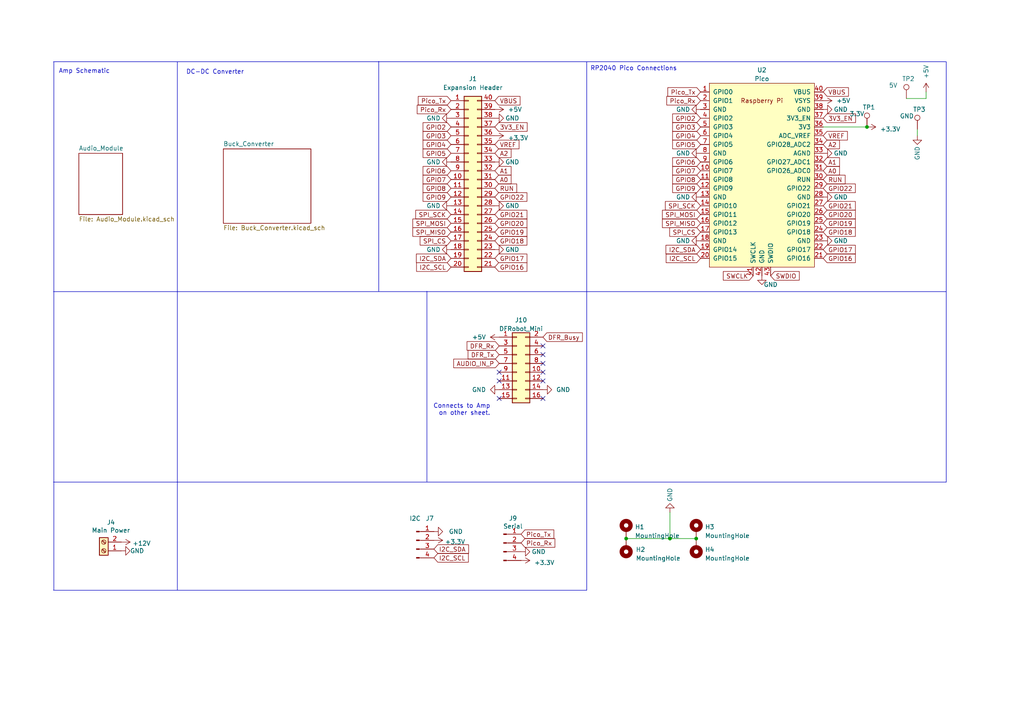
<source format=kicad_sch>
(kicad_sch (version 20230121) (generator eeschema)
  (paper "A4")
  (lib_symbols
    (symbol "Connector:Conn_01x04_Male" (pin_names (offset 1.016) hide)
      (property "Reference" "J" (at 0 5.08 0))
      (property "Value" "Conn_01x04_Male" (at 0 -7.62 0))
      (symbol "Conn_01x04_Male_1_1"
        (polyline (pts (xy 1.27 -5.08) (xy 0.8636 -5.08)) (stroke (width 0.1524)))
        (polyline (pts (xy 1.27 -2.54) (xy 0.8636 -2.54)) (stroke (width 0.1524)))
        (polyline (pts (xy 1.27 0) (xy 0.8636 0)) (stroke (width 0.1524)))
        (polyline (pts (xy 1.27 2.54) (xy 0.8636 2.54)) (stroke (width 0.1524)))
        (rectangle (start 0.8636 -4.953) (end 0 -5.207) (stroke (width 0.1524)) (fill (type outline)))
        (rectangle (start 0.8636 -2.413) (end 0 -2.667) (stroke (width 0.1524)) (fill (type outline)))
        (rectangle (start 0.8636 0.127) (end 0 -0.127) (stroke (width 0.1524)) (fill (type outline)))
        (rectangle (start 0.8636 2.667) (end 0 2.413) (stroke (width 0.1524)) (fill (type outline)))
        (pin passive line (at 5.08 2.54 180) (length 3.81) (name "Pin_1") (number "1"))
        (pin passive line (at 5.08 0 180) (length 3.81) (name "Pin_2") (number "2"))
        (pin passive line (at 5.08 -2.54 180) (length 3.81) (name "Pin_3") (number "3"))
        (pin passive line (at 5.08 -5.08 180) (length 3.81) (name "Pin_4") (number "4"))
      )
    )
    (symbol "Connector:Screw_Terminal_01x02" (pin_names (offset 1.016) hide)
      (property "Reference" "J" (at 0 2.54 0))
      (property "Value" "Screw_Terminal_01x02" (at 0 -5.08 0))
      (symbol "Screw_Terminal_01x02_1_1"
        (rectangle (start -1.27 1.27) (end 1.27 -3.81) (stroke (width 0.254)) (fill (type background)))
        (circle (center 0 -2.54) (radius 0.635) (stroke (width 0.1524)))
        (polyline (pts (xy -0.5334 -2.2098) (xy 0.3302 -3.048)) (stroke (width 0.1524)))
        (polyline (pts (xy -0.5334 0.3302) (xy 0.3302 -0.508)) (stroke (width 0.1524)))
        (polyline (pts (xy -0.3556 -2.032) (xy 0.508 -2.8702)) (stroke (width 0.1524)))
        (polyline (pts (xy -0.3556 0.508) (xy 0.508 -0.3302)) (stroke (width 0.1524)))
        (circle (center 0 0) (radius 0.635) (stroke (width 0.1524)))
        (pin passive line (at -5.08 0 0) (length 3.81) (name "Pin_1") (number "1"))
        (pin passive line (at -5.08 -2.54 0) (length 3.81) (name "Pin_2") (number "2"))
      )
    )
    (symbol "Connector:TestPoint" (pin_numbers hide) (pin_names (offset 0.762) hide)
      (property "Reference" "TP" (at 0 6.858 0))
      (property "Value" "TestPoint" (at 0 5.08 0))
      (symbol "TestPoint_0_1"
        (circle (center 0 3.302) (radius 0.762))
      )
      (symbol "TestPoint_1_1"
        (pin passive line (at 0 0 90) (length 2.54) (name "1") (number "1"))
      )
    )
    (symbol "Connector_Generic:Conn_02x08_Odd_Even" (pin_names (offset 1.016) hide)
      (property "Reference" "J" (at 1.27 10.16 0))
      (property "Value" "Conn_02x08_Odd_Even" (at 1.27 -12.7 0))
      (symbol "Conn_02x08_Odd_Even_1_1"
        (rectangle (start -1.27 -10.033) (end 0 -10.287) (stroke (width 0.1524)))
        (rectangle (start -1.27 -7.493) (end 0 -7.747) (stroke (width 0.1524)))
        (rectangle (start -1.27 -4.953) (end 0 -5.207) (stroke (width 0.1524)))
        (rectangle (start -1.27 -2.413) (end 0 -2.667) (stroke (width 0.1524)))
        (rectangle (start -1.27 0.127) (end 0 -0.127) (stroke (width 0.1524)))
        (rectangle (start -1.27 2.667) (end 0 2.413) (stroke (width 0.1524)))
        (rectangle (start -1.27 5.207) (end 0 4.953) (stroke (width 0.1524)))
        (rectangle (start -1.27 7.747) (end 0 7.493) (stroke (width 0.1524)))
        (rectangle (start -1.27 8.89) (end 3.81 -11.43) (stroke (width 0.254)) (fill (type background)))
        (rectangle (start 3.81 -10.033) (end 2.54 -10.287) (stroke (width 0.1524)))
        (rectangle (start 3.81 -7.493) (end 2.54 -7.747) (stroke (width 0.1524)))
        (rectangle (start 3.81 -4.953) (end 2.54 -5.207) (stroke (width 0.1524)))
        (rectangle (start 3.81 -2.413) (end 2.54 -2.667) (stroke (width 0.1524)))
        (rectangle (start 3.81 0.127) (end 2.54 -0.127) (stroke (width 0.1524)))
        (rectangle (start 3.81 2.667) (end 2.54 2.413) (stroke (width 0.1524)))
        (rectangle (start 3.81 5.207) (end 2.54 4.953) (stroke (width 0.1524)))
        (rectangle (start 3.81 7.747) (end 2.54 7.493) (stroke (width 0.1524)))
        (pin passive line (at -5.08 7.62 0) (length 3.81) (name "Pin_1") (number "1"))
        (pin passive line (at 7.62 -2.54 180) (length 3.81) (name "Pin_10") (number "10"))
        (pin passive line (at -5.08 -5.08 0) (length 3.81) (name "Pin_11") (number "11"))
        (pin passive line (at 7.62 -5.08 180) (length 3.81) (name "Pin_12") (number "12"))
        (pin passive line (at -5.08 -7.62 0) (length 3.81) (name "Pin_13") (number "13"))
        (pin passive line (at 7.62 -7.62 180) (length 3.81) (name "Pin_14") (number "14"))
        (pin passive line (at -5.08 -10.16 0) (length 3.81) (name "Pin_15") (number "15"))
        (pin passive line (at 7.62 -10.16 180) (length 3.81) (name "Pin_16") (number "16"))
        (pin passive line (at 7.62 7.62 180) (length 3.81) (name "Pin_2") (number "2"))
        (pin passive line (at -5.08 5.08 0) (length 3.81) (name "Pin_3") (number "3"))
        (pin passive line (at 7.62 5.08 180) (length 3.81) (name "Pin_4") (number "4"))
        (pin passive line (at -5.08 2.54 0) (length 3.81) (name "Pin_5") (number "5"))
        (pin passive line (at 7.62 2.54 180) (length 3.81) (name "Pin_6") (number "6"))
        (pin passive line (at -5.08 0 0) (length 3.81) (name "Pin_7") (number "7"))
        (pin passive line (at 7.62 0 180) (length 3.81) (name "Pin_8") (number "8"))
        (pin passive line (at -5.08 -2.54 0) (length 3.81) (name "Pin_9") (number "9"))
      )
    )
    (symbol "Connector_Generic:Conn_02x20_Counter_Clockwise" (pin_names (offset 1.016) hide)
      (property "Reference" "J" (at 1.27 25.4 0))
      (property "Value" "Conn_02x20_Counter_Clockwise" (at 1.27 -27.94 0))
      (symbol "Conn_02x20_Counter_Clockwise_1_1"
        (rectangle (start -1.27 -25.273) (end 0 -25.527) (stroke (width 0.1524)))
        (rectangle (start -1.27 -22.733) (end 0 -22.987) (stroke (width 0.1524)))
        (rectangle (start -1.27 -20.193) (end 0 -20.447) (stroke (width 0.1524)))
        (rectangle (start -1.27 -17.653) (end 0 -17.907) (stroke (width 0.1524)))
        (rectangle (start -1.27 -15.113) (end 0 -15.367) (stroke (width 0.1524)))
        (rectangle (start -1.27 -12.573) (end 0 -12.827) (stroke (width 0.1524)))
        (rectangle (start -1.27 -10.033) (end 0 -10.287) (stroke (width 0.1524)))
        (rectangle (start -1.27 -7.493) (end 0 -7.747) (stroke (width 0.1524)))
        (rectangle (start -1.27 -4.953) (end 0 -5.207) (stroke (width 0.1524)))
        (rectangle (start -1.27 -2.413) (end 0 -2.667) (stroke (width 0.1524)))
        (rectangle (start -1.27 0.127) (end 0 -0.127) (stroke (width 0.1524)))
        (rectangle (start -1.27 2.667) (end 0 2.413) (stroke (width 0.1524)))
        (rectangle (start -1.27 5.207) (end 0 4.953) (stroke (width 0.1524)))
        (rectangle (start -1.27 7.747) (end 0 7.493) (stroke (width 0.1524)))
        (rectangle (start -1.27 10.287) (end 0 10.033) (stroke (width 0.1524)))
        (rectangle (start -1.27 12.827) (end 0 12.573) (stroke (width 0.1524)))
        (rectangle (start -1.27 15.367) (end 0 15.113) (stroke (width 0.1524)))
        (rectangle (start -1.27 17.907) (end 0 17.653) (stroke (width 0.1524)))
        (rectangle (start -1.27 20.447) (end 0 20.193) (stroke (width 0.1524)))
        (rectangle (start -1.27 22.987) (end 0 22.733) (stroke (width 0.1524)))
        (rectangle (start -1.27 24.13) (end 3.81 -26.67) (stroke (width 0.254)) (fill (type background)))
        (rectangle (start 3.81 -25.273) (end 2.54 -25.527) (stroke (width 0.1524)))
        (rectangle (start 3.81 -22.733) (end 2.54 -22.987) (stroke (width 0.1524)))
        (rectangle (start 3.81 -20.193) (end 2.54 -20.447) (stroke (width 0.1524)))
        (rectangle (start 3.81 -17.653) (end 2.54 -17.907) (stroke (width 0.1524)))
        (rectangle (start 3.81 -15.113) (end 2.54 -15.367) (stroke (width 0.1524)))
        (rectangle (start 3.81 -12.573) (end 2.54 -12.827) (stroke (width 0.1524)))
        (rectangle (start 3.81 -10.033) (end 2.54 -10.287) (stroke (width 0.1524)))
        (rectangle (start 3.81 -7.493) (end 2.54 -7.747) (stroke (width 0.1524)))
        (rectangle (start 3.81 -4.953) (end 2.54 -5.207) (stroke (width 0.1524)))
        (rectangle (start 3.81 -2.413) (end 2.54 -2.667) (stroke (width 0.1524)))
        (rectangle (start 3.81 0.127) (end 2.54 -0.127) (stroke (width 0.1524)))
        (rectangle (start 3.81 2.667) (end 2.54 2.413) (stroke (width 0.1524)))
        (rectangle (start 3.81 5.207) (end 2.54 4.953) (stroke (width 0.1524)))
        (rectangle (start 3.81 7.747) (end 2.54 7.493) (stroke (width 0.1524)))
        (rectangle (start 3.81 10.287) (end 2.54 10.033) (stroke (width 0.1524)))
        (rectangle (start 3.81 12.827) (end 2.54 12.573) (stroke (width 0.1524)))
        (rectangle (start 3.81 15.367) (end 2.54 15.113) (stroke (width 0.1524)))
        (rectangle (start 3.81 17.907) (end 2.54 17.653) (stroke (width 0.1524)))
        (rectangle (start 3.81 20.447) (end 2.54 20.193) (stroke (width 0.1524)))
        (rectangle (start 3.81 22.987) (end 2.54 22.733) (stroke (width 0.1524)))
        (pin passive line (at -5.08 22.86 0) (length 3.81) (name "Pin_1") (number "1"))
        (pin passive line (at -5.08 0 0) (length 3.81) (name "Pin_10") (number "10"))
        (pin passive line (at -5.08 -2.54 0) (length 3.81) (name "Pin_11") (number "11"))
        (pin passive line (at -5.08 -5.08 0) (length 3.81) (name "Pin_12") (number "12"))
        (pin passive line (at -5.08 -7.62 0) (length 3.81) (name "Pin_13") (number "13"))
        (pin passive line (at -5.08 -10.16 0) (length 3.81) (name "Pin_14") (number "14"))
        (pin passive line (at -5.08 -12.7 0) (length 3.81) (name "Pin_15") (number "15"))
        (pin passive line (at -5.08 -15.24 0) (length 3.81) (name "Pin_16") (number "16"))
        (pin passive line (at -5.08 -17.78 0) (length 3.81) (name "Pin_17") (number "17"))
        (pin passive line (at -5.08 -20.32 0) (length 3.81) (name "Pin_18") (number "18"))
        (pin passive line (at -5.08 -22.86 0) (length 3.81) (name "Pin_19") (number "19"))
        (pin passive line (at -5.08 20.32 0) (length 3.81) (name "Pin_2") (number "2"))
        (pin passive line (at -5.08 -25.4 0) (length 3.81) (name "Pin_20") (number "20"))
        (pin passive line (at 7.62 -25.4 180) (length 3.81) (name "Pin_21") (number "21"))
        (pin passive line (at 7.62 -22.86 180) (length 3.81) (name "Pin_22") (number "22"))
        (pin passive line (at 7.62 -20.32 180) (length 3.81) (name "Pin_23") (number "23"))
        (pin passive line (at 7.62 -17.78 180) (length 3.81) (name "Pin_24") (number "24"))
        (pin passive line (at 7.62 -15.24 180) (length 3.81) (name "Pin_25") (number "25"))
        (pin passive line (at 7.62 -12.7 180) (length 3.81) (name "Pin_26") (number "26"))
        (pin passive line (at 7.62 -10.16 180) (length 3.81) (name "Pin_27") (number "27"))
        (pin passive line (at 7.62 -7.62 180) (length 3.81) (name "Pin_28") (number "28"))
        (pin passive line (at 7.62 -5.08 180) (length 3.81) (name "Pin_29") (number "29"))
        (pin passive line (at -5.08 17.78 0) (length 3.81) (name "Pin_3") (number "3"))
        (pin passive line (at 7.62 -2.54 180) (length 3.81) (name "Pin_30") (number "30"))
        (pin passive line (at 7.62 0 180) (length 3.81) (name "Pin_31") (number "31"))
        (pin passive line (at 7.62 2.54 180) (length 3.81) (name "Pin_32") (number "32"))
        (pin passive line (at 7.62 5.08 180) (length 3.81) (name "Pin_33") (number "33"))
        (pin passive line (at 7.62 7.62 180) (length 3.81) (name "Pin_34") (number "34"))
        (pin passive line (at 7.62 10.16 180) (length 3.81) (name "Pin_35") (number "35"))
        (pin passive line (at 7.62 12.7 180) (length 3.81) (name "Pin_36") (number "36"))
        (pin passive line (at 7.62 15.24 180) (length 3.81) (name "Pin_37") (number "37"))
        (pin passive line (at 7.62 17.78 180) (length 3.81) (name "Pin_38") (number "38"))
        (pin passive line (at 7.62 20.32 180) (length 3.81) (name "Pin_39") (number "39"))
        (pin passive line (at -5.08 15.24 0) (length 3.81) (name "Pin_4") (number "4"))
        (pin passive line (at 7.62 22.86 180) (length 3.81) (name "Pin_40") (number "40"))
        (pin passive line (at -5.08 12.7 0) (length 3.81) (name "Pin_5") (number "5"))
        (pin passive line (at -5.08 10.16 0) (length 3.81) (name "Pin_6") (number "6"))
        (pin passive line (at -5.08 7.62 0) (length 3.81) (name "Pin_7") (number "7"))
        (pin passive line (at -5.08 5.08 0) (length 3.81) (name "Pin_8") (number "8"))
        (pin passive line (at -5.08 2.54 0) (length 3.81) (name "Pin_9") (number "9"))
      )
    )
    (symbol "Mechanical:MountingHole_Pad" (pin_numbers hide) (pin_names (offset 1.016) hide)
      (property "Reference" "H" (at 0 6.35 0))
      (property "Value" "MountingHole_Pad" (at 0 4.445 0))
      (symbol "MountingHole_Pad_0_1"
        (circle (center 0 1.27) (radius 1.27) (stroke (width 1.27)))
      )
      (symbol "MountingHole_Pad_1_1"
        (pin input line (at 0 -2.54 90) (length 2.54) (name "1") (number "1"))
      )
    )
    (symbol "RPi_Pico:Pico" (pin_names (offset 1.016))
      (property "Reference" "U" (at -13.97 27.94 0))
      (property "Value" "Pico" (at 0 19.05 0))
      (symbol "Pico_0_0"
        (text "Raspberry Pi" (at 0 21.59 0) (effects (font (size 1.27 1.27))))
      )
      (symbol "Pico_0_1"
        (rectangle (start -15.24 26.67) (end 15.24 -26.67) (fill (type background)))
      )
      (symbol "Pico_1_1"
        (pin bidirectional line (at -17.78 24.13 0) (length 2.54) (name "GPIO0") (number "1"))
        (pin bidirectional line (at -17.78 1.27 0) (length 2.54) (name "GPIO7") (number "10"))
        (pin bidirectional line (at -17.78 -1.27 0) (length 2.54) (name "GPIO8") (number "11"))
        (pin bidirectional line (at -17.78 -3.81 0) (length 2.54) (name "GPIO9") (number "12"))
        (pin power_in line (at -17.78 -6.35 0) (length 2.54) (name "GND") (number "13"))
        (pin bidirectional line (at -17.78 -8.89 0) (length 2.54) (name "GPIO10") (number "14"))
        (pin bidirectional line (at -17.78 -11.43 0) (length 2.54) (name "GPIO11") (number "15"))
        (pin bidirectional line (at -17.78 -13.97 0) (length 2.54) (name "GPIO12") (number "16"))
        (pin bidirectional line (at -17.78 -16.51 0) (length 2.54) (name "GPIO13") (number "17"))
        (pin power_in line (at -17.78 -19.05 0) (length 2.54) (name "GND") (number "18"))
        (pin bidirectional line (at -17.78 -21.59 0) (length 2.54) (name "GPIO14") (number "19"))
        (pin bidirectional line (at -17.78 21.59 0) (length 2.54) (name "GPIO1") (number "2"))
        (pin bidirectional line (at -17.78 -24.13 0) (length 2.54) (name "GPIO15") (number "20"))
        (pin bidirectional line (at 17.78 -24.13 180) (length 2.54) (name "GPIO16") (number "21"))
        (pin bidirectional line (at 17.78 -21.59 180) (length 2.54) (name "GPIO17") (number "22"))
        (pin power_in line (at 17.78 -19.05 180) (length 2.54) (name "GND") (number "23"))
        (pin bidirectional line (at 17.78 -16.51 180) (length 2.54) (name "GPIO18") (number "24"))
        (pin bidirectional line (at 17.78 -13.97 180) (length 2.54) (name "GPIO19") (number "25"))
        (pin bidirectional line (at 17.78 -11.43 180) (length 2.54) (name "GPIO20") (number "26"))
        (pin bidirectional line (at 17.78 -8.89 180) (length 2.54) (name "GPIO21") (number "27"))
        (pin power_in line (at 17.78 -6.35 180) (length 2.54) (name "GND") (number "28"))
        (pin bidirectional line (at 17.78 -3.81 180) (length 2.54) (name "GPIO22") (number "29"))
        (pin power_in line (at -17.78 19.05 0) (length 2.54) (name "GND") (number "3"))
        (pin input line (at 17.78 -1.27 180) (length 2.54) (name "RUN") (number "30"))
        (pin bidirectional line (at 17.78 1.27 180) (length 2.54) (name "GPIO26_ADC0") (number "31"))
        (pin bidirectional line (at 17.78 3.81 180) (length 2.54) (name "GPIO27_ADC1") (number "32"))
        (pin power_in line (at 17.78 6.35 180) (length 2.54) (name "AGND") (number "33"))
        (pin bidirectional line (at 17.78 8.89 180) (length 2.54) (name "GPIO28_ADC2") (number "34"))
        (pin unspecified line (at 17.78 11.43 180) (length 2.54) (name "ADC_VREF") (number "35"))
        (pin unspecified line (at 17.78 13.97 180) (length 2.54) (name "3V3") (number "36"))
        (pin input line (at 17.78 16.51 180) (length 2.54) (name "3V3_EN") (number "37"))
        (pin bidirectional line (at 17.78 19.05 180) (length 2.54) (name "GND") (number "38"))
        (pin unspecified line (at 17.78 21.59 180) (length 2.54) (name "VSYS") (number "39"))
        (pin bidirectional line (at -17.78 16.51 0) (length 2.54) (name "GPIO2") (number "4"))
        (pin unspecified line (at 17.78 24.13 180) (length 2.54) (name "VBUS") (number "40"))
        (pin input line (at -2.54 -29.21 90) (length 2.54) (name "SWCLK") (number "41"))
        (pin power_in line (at 0 -29.21 90) (length 2.54) (name "GND") (number "42"))
        (pin bidirectional line (at 2.54 -29.21 90) (length 2.54) (name "SWDIO") (number "43"))
        (pin bidirectional line (at -17.78 13.97 0) (length 2.54) (name "GPIO3") (number "5"))
        (pin bidirectional line (at -17.78 11.43 0) (length 2.54) (name "GPIO4") (number "6"))
        (pin bidirectional line (at -17.78 8.89 0) (length 2.54) (name "GPIO5") (number "7"))
        (pin power_in line (at -17.78 6.35 0) (length 2.54) (name "GND") (number "8"))
        (pin bidirectional line (at -17.78 3.81 0) (length 2.54) (name "GPIO6") (number "9"))
      )
    )
    (symbol "power:+12V" (power) (pin_names (offset 0))
      (property "Value" "+12V" (at 0 3.556 0))
      (symbol "+12V_0_1"
        (polyline (pts (xy -0.762 1.27) (xy 0 2.54)))
        (polyline (pts (xy 0 0) (xy 0 2.54)))
        (polyline (pts (xy 0 2.54) (xy 0.762 1.27)))
      )
      (symbol "+12V_1_1"
        (pin power_in line (at 0 0 90) (length 0) hide (name "+12V") (number "1"))
      )
    )
    (symbol "power:+3.3V" (power) (pin_names (offset 0))
      (property "Value" "+3.3V" (at 0 3.556 0))
      (symbol "+3.3V_0_1"
        (polyline (pts (xy -0.762 1.27) (xy 0 2.54)))
        (polyline (pts (xy 0 0) (xy 0 2.54)))
        (polyline (pts (xy 0 2.54) (xy 0.762 1.27)))
      )
      (symbol "+3.3V_1_1"
        (pin power_in line (at 0 0 90) (length 0) hide (name "+3.3V") (number "1"))
      )
    )
    (symbol "power:+5V" (power) (pin_names (offset 0))
      (property "Value" "+5V" (at 0 3.556 0))
      (symbol "+5V_0_1"
        (polyline (pts (xy -0.762 1.27) (xy 0 2.54)))
        (polyline (pts (xy 0 0) (xy 0 2.54)))
        (polyline (pts (xy 0 2.54) (xy 0.762 1.27)))
      )
      (symbol "+5V_1_1"
        (pin power_in line (at 0 0 90) (length 0) hide (name "+5V") (number "1"))
      )
    )
    (symbol "power:GND" (power) (pin_names (offset 0))
      (property "Value" "GND" (at 0 -3.81 0))
      (symbol "GND_0_1"
        (polyline (pts (xy 0 0) (xy 0 -1.27) (xy 1.27 -1.27) (xy 0 -2.54) (xy -1.27 -1.27) (xy 0 -1.27)))
      )
      (symbol "GND_1_1"
        (pin power_in line (at 0 0 270) (length 0) hide (name "GND") (number "1"))
      )
    )
  )
  (junction (at 251.46 36.83))
  (junction (at 194.31 156.21))
  (junction (at 181.61 156.21))
  (junction (at 201.93 156.21))
  (no_connect (at 144.78 107.95))
  (no_connect (at 157.48 115.57))
  (no_connect (at 144.78 115.57))
  (no_connect (at 144.78 110.49))
  (no_connect (at 157.48 100.33))
  (no_connect (at 157.48 105.41))
  (no_connect (at 157.48 102.87))
  (no_connect (at 157.48 107.95))
  (no_connect (at 157.48 110.49))
  (polyline (pts (xy 170.18 139.827) (xy 51.435 139.827)))
  (wire (pts (xy 251.46 36.83) (xy 238.76 36.83)))
  (polyline (pts (xy 15.621 139.827) (xy 15.621 84.582)))
  (polyline (pts (xy 170.18 17.907) (xy 274.447 17.907)))
  (polyline (pts (xy 51.435 17.907) (xy 15.494 17.907)))
  (wire (pts (xy 194.31 156.21) (xy 194.31 148.59)))
  (wire (pts (xy 268.605 28.575) (xy 268.605 26.67)))
  (polyline (pts (xy 274.447 84.582) (xy 170.18 84.582)))
  (polyline (pts (xy 51.435 171.196) (xy 51.435 139.827)))
  (wire (pts (xy 181.61 156.21) (xy 194.31 156.21)))
  (wire (pts (xy 194.31 156.21) (xy 201.93 156.21)))
  (wire (pts (xy 262.89 28.575) (xy 268.605 28.575)))
  (polyline (pts (xy 109.855 17.78) (xy 109.855 84.455)))
  (polyline (pts (xy 51.435 84.582) (xy 51.435 17.907)))
  (polyline (pts (xy 274.447 17.907) (xy 274.447 84.582)))
  (polyline (pts (xy 170.18 171.196) (xy 51.435 171.196)))
  (polyline (pts (xy 170.18 17.907) (xy 170.18 84.582)))
  (polyline (pts (xy 170.18 171.196) (xy 170.18 139.827)))
  (polyline (pts (xy 15.621 171.196) (xy 15.621 139.827)))
  (polyline (pts (xy 170.18 139.827) (xy 170.18 84.582)))
  (polyline (pts (xy 15.621 84.582) (xy 15.621 17.907)))
  (polyline (pts (xy 51.435 84.582) (xy 15.494 84.582)))
  (polyline (pts (xy 51.435 139.827) (xy 15.494 139.827)))
  (polyline (pts (xy 51.435 139.827) (xy 51.435 84.582)))
  (polyline (pts (xy 51.435 171.196) (xy 15.494 171.196)))
  (polyline (pts (xy 123.825 139.7) (xy 123.825 84.455)))
  (polyline (pts (xy 170.18 84.582) (xy 51.435 84.582)))
  (wire (pts (xy 266.065 39.37) (xy 266.065 37.465)))
  (polyline (pts (xy 51.435 17.907) (xy 170.18 17.907)))
  (polyline (pts (xy 274.447 139.827) (xy 274.447 84.582)))
  (polyline (pts (xy 274.447 139.827) (xy 170.18 139.827)))
  (text "Connects to Amp\non other sheet." (at 142.24 120.65 0) (effects (font (size 1.27 1.27)) (justify right bottom)))
  (text "RP2040 Pico Connections" (at 171.196 20.701 0) (effects (font (size 1.27 1.27)) (justify left bottom)))
  (text "Amp Schematic" (at 17.018 21.463 0) (effects (font (size 1.27 1.27)) (justify left bottom)))
  (text "DC-DC Converter" (at 53.975 21.717 0) (effects (font (size 1.27 1.27)) (justify left bottom)))
  (global_label "SPI_MISO" (shape input) (at 203.2 64.77 180) (property "Intersheetrefs" "${INTERSHEET_REFS}" (effects hide)))
  (global_label "GPIO20" (shape input) (at 238.76 62.23 0) (property "Intersheetrefs" "${INTERSHEET_REFS}" (effects hide)))
  (global_label "GPIO20" (shape input) (at 143.51 64.77 0) (property "Intersheetrefs" "${INTERSHEET_REFS}" (effects hide)))
  (global_label "SPI_SCK" (shape input) (at 203.2 59.69 180) (property "Intersheetrefs" "${INTERSHEET_REFS}" (effects hide)))
  (global_label "A2" (shape input) (at 238.76 41.91 0) (property "Intersheetrefs" "${INTERSHEET_REFS}" (effects hide)))
  (global_label "GPIO22" (shape input) (at 238.76 54.61 0) (property "Intersheetrefs" "${INTERSHEET_REFS}" (effects hide)))
  (global_label "A1" (shape input) (at 238.76 46.99 0) (property "Intersheetrefs" "${INTERSHEET_REFS}" (effects hide)))
  (global_label "VREF" (shape input) (at 238.76 39.37 0) (property "Intersheetrefs" "${INTERSHEET_REFS}" (effects hide)))
  (global_label "GPIO21" (shape input) (at 143.51 62.23 0) (property "Intersheetrefs" "${INTERSHEET_REFS}" (effects hide)))
  (global_label "SPI_MOSI" (shape input) (at 130.81 64.77 180) (property "Intersheetrefs" "${INTERSHEET_REFS}" (effects hide)))
  (global_label "GPIO4" (shape input) (at 130.81 41.91 180) (property "Intersheetrefs" "${INTERSHEET_REFS}" (effects hide)))
  (global_label "GPIO18" (shape input) (at 238.76 67.31 0) (property "Intersheetrefs" "${INTERSHEET_REFS}" (effects hide)))
  (global_label "3V3_EN" (shape input) (at 143.51 36.83 0) (property "Intersheetrefs" "${INTERSHEET_REFS}" (effects hide)))
  (global_label "GPIO16" (shape input) (at 143.51 77.47 0) (property "Intersheetrefs" "${INTERSHEET_REFS}" (effects hide)))
  (global_label "GPIO2" (shape input) (at 130.81 36.83 180) (property "Intersheetrefs" "${INTERSHEET_REFS}" (effects hide)))
  (global_label "I2C_SDA" (shape input) (at 203.2 72.39 180) (property "Intersheetrefs" "${INTERSHEET_REFS}" (effects hide)))
  (global_label "Pico_Tx" (shape input) (at 203.2 26.67 180) (property "Intersheetrefs" "${INTERSHEET_REFS}" (effects hide)))
  (global_label "SWCLK" (shape input) (at 218.44 80.01 180) (property "Intersheetrefs" "${INTERSHEET_REFS}" (effects hide)))
  (global_label "A0" (shape input) (at 143.51 52.07 0) (property "Intersheetrefs" "${INTERSHEET_REFS}" (effects hide)))
  (global_label "GPIO21" (shape input) (at 238.76 59.69 0) (property "Intersheetrefs" "${INTERSHEET_REFS}" (effects hide)))
  (global_label "SPI_MOSI" (shape input) (at 203.2 62.23 180) (property "Intersheetrefs" "${INTERSHEET_REFS}" (effects hide)))
  (global_label "I2C_SDA" (shape input) (at 130.81 74.93 180) (property "Intersheetrefs" "${INTERSHEET_REFS}" (effects hide)))
  (global_label "GPIO4" (shape input) (at 203.2 39.37 180) (property "Intersheetrefs" "${INTERSHEET_REFS}" (effects hide)))
  (global_label "GPIO19" (shape input) (at 238.76 64.77 0) (property "Intersheetrefs" "${INTERSHEET_REFS}" (effects hide)))
  (global_label "SWDIO" (shape input) (at 223.52 80.01 0) (property "Intersheetrefs" "${INTERSHEET_REFS}" (effects hide)))
  (global_label "GPIO5" (shape input) (at 130.81 44.45 180) (property "Intersheetrefs" "${INTERSHEET_REFS}" (effects hide)))
  (global_label "GPIO8" (shape input) (at 130.81 54.61 180) (property "Intersheetrefs" "${INTERSHEET_REFS}" (effects hide)))
  (global_label "GPIO6" (shape input) (at 203.2 46.99 180) (property "Intersheetrefs" "${INTERSHEET_REFS}" (effects hide)))
  (global_label "DFR_Busy" (shape input) (at 157.48 97.79 0) (property "Intersheetrefs" "${INTERSHEET_REFS}" (effects hide)))
  (global_label "GPIO9" (shape input) (at 203.2 54.61 180) (property "Intersheetrefs" "${INTERSHEET_REFS}" (effects hide)))
  (global_label "GPIO19" (shape input) (at 143.51 67.31 0) (property "Intersheetrefs" "${INTERSHEET_REFS}" (effects hide)))
  (global_label "GPIO8" (shape input) (at 203.2 52.07 180) (property "Intersheetrefs" "${INTERSHEET_REFS}" (effects hide)))
  (global_label "A2" (shape input) (at 143.51 44.45 0) (property "Intersheetrefs" "${INTERSHEET_REFS}" (effects hide)))
  (global_label "Pico_Rx" (shape input) (at 203.2 29.21 180) (property "Intersheetrefs" "${INTERSHEET_REFS}" (effects hide)))
  (global_label "GPIO6" (shape input) (at 130.81 49.53 180) (property "Intersheetrefs" "${INTERSHEET_REFS}" (effects hide)))
  (global_label "GPIO17" (shape input) (at 238.76 72.39 0) (property "Intersheetrefs" "${INTERSHEET_REFS}" (effects hide)))
  (global_label "RUN" (shape input) (at 143.51 54.61 0) (property "Intersheetrefs" "${INTERSHEET_REFS}" (effects hide)))
  (global_label "VBUS" (shape input) (at 143.51 29.21 0) (property "Intersheetrefs" "${INTERSHEET_REFS}" (effects hide)))
  (global_label "SPI_CS" (shape input) (at 203.2 67.31 180) (property "Intersheetrefs" "${INTERSHEET_REFS}" (effects hide)))
  (global_label "RUN" (shape input) (at 238.76 52.07 0) (property "Intersheetrefs" "${INTERSHEET_REFS}" (effects hide)))
  (global_label "AUDIO_IN_P" (shape input) (at 144.78 105.41 180) (property "Intersheetrefs" "${INTERSHEET_REFS}" (effects hide)))
  (global_label "GPIO16" (shape input) (at 238.76 74.93 0) (property "Intersheetrefs" "${INTERSHEET_REFS}" (effects hide)))
  (global_label "I2C_SCL" (shape input) (at 125.857 161.798 0) (property "Intersheetrefs" "${INTERSHEET_REFS}" (effects hide)))
  (global_label "GPIO5" (shape input) (at 203.2 41.91 180) (property "Intersheetrefs" "${INTERSHEET_REFS}" (effects hide)))
  (global_label "Pico_Tx" (shape input) (at 151.13 154.94 0) (property "Intersheetrefs" "${INTERSHEET_REFS}" (effects hide)))
  (global_label "GPIO3" (shape input) (at 203.2 36.83 180) (property "Intersheetrefs" "${INTERSHEET_REFS}" (effects hide)))
  (global_label "GPIO7" (shape input) (at 203.2 49.53 180) (property "Intersheetrefs" "${INTERSHEET_REFS}" (effects hide)))
  (global_label "Pico_Rx" (shape input) (at 130.81 31.75 180) (property "Intersheetrefs" "${INTERSHEET_REFS}" (effects hide)))
  (global_label "GPIO2" (shape input) (at 203.2 34.29 180) (property "Intersheetrefs" "${INTERSHEET_REFS}" (effects hide)))
  (global_label "I2C_SDA" (shape input) (at 125.857 159.258 0) (property "Intersheetrefs" "${INTERSHEET_REFS}" (effects hide)))
  (global_label "DFR_Tx" (shape input) (at 144.78 102.87 180) (property "Intersheetrefs" "${INTERSHEET_REFS}" (effects hide)))
  (global_label "GPIO17" (shape input) (at 143.51 74.93 0) (property "Intersheetrefs" "${INTERSHEET_REFS}" (effects hide)))
  (global_label "3V3_EN" (shape input) (at 238.76 34.29 0) (property "Intersheetrefs" "${INTERSHEET_REFS}" (effects hide)))
  (global_label "SPI_SCK" (shape input) (at 130.81 62.23 180) (property "Intersheetrefs" "${INTERSHEET_REFS}" (effects hide)))
  (global_label "VBUS" (shape input) (at 238.76 26.67 0) (property "Intersheetrefs" "${INTERSHEET_REFS}" (effects hide)))
  (global_label "A1" (shape input) (at 143.51 49.53 0) (property "Intersheetrefs" "${INTERSHEET_REFS}" (effects hide)))
  (global_label "Pico_Tx" (shape input) (at 130.81 29.21 180) (property "Intersheetrefs" "${INTERSHEET_REFS}" (effects hide)))
  (global_label "VREF" (shape input) (at 143.51 41.91 0) (property "Intersheetrefs" "${INTERSHEET_REFS}" (effects hide)))
  (global_label "GPIO9" (shape input) (at 130.81 57.15 180) (property "Intersheetrefs" "${INTERSHEET_REFS}" (effects hide)))
  (global_label "GPIO7" (shape input) (at 130.81 52.07 180) (property "Intersheetrefs" "${INTERSHEET_REFS}" (effects hide)))
  (global_label "I2C_SCL" (shape input) (at 130.81 77.47 180) (property "Intersheetrefs" "${INTERSHEET_REFS}" (effects hide)))
  (global_label "I2C_SCL" (shape input) (at 203.2 74.93 180) (property "Intersheetrefs" "${INTERSHEET_REFS}" (effects hide)))
  (global_label "GPIO3" (shape input) (at 130.81 39.37 180) (property "Intersheetrefs" "${INTERSHEET_REFS}" (effects hide)))
  (global_label "SPI_CS" (shape input) (at 130.81 69.85 180) (property "Intersheetrefs" "${INTERSHEET_REFS}" (effects hide)))
  (global_label "DFR_Rx" (shape input) (at 144.78 100.33 180) (property "Intersheetrefs" "${INTERSHEET_REFS}" (effects hide)))
  (global_label "SPI_MISO" (shape input) (at 130.81 67.31 180) (property "Intersheetrefs" "${INTERSHEET_REFS}" (effects hide)))
  (global_label "A0" (shape input) (at 238.76 49.53 0) (property "Intersheetrefs" "${INTERSHEET_REFS}" (effects hide)))
  (global_label "Pico_Rx" (shape input) (at 151.13 157.48 0) (property "Intersheetrefs" "${INTERSHEET_REFS}" (effects hide)))
  (global_label "GPIO22" (shape input) (at 143.51 57.15 0) (property "Intersheetrefs" "${INTERSHEET_REFS}" (effects hide)))
  (global_label "GPIO18" (shape input) (at 143.51 69.85 0) (property "Intersheetrefs" "${INTERSHEET_REFS}" (effects hide)))
  (symbol (lib_id "power:+5V") (at 238.76 29.21 270) (unit 1)
    (property "Reference" "#PWR034" (effects hide))
    (property "Value" "+5V" (at 242.57 29.21 90) (effects (justify left)))
  )
  (symbol (lib_id "power:+5V") (at 144.78 97.79 90) (unit 1)
    (property "Reference" "#PWR014" (effects hide))
    (property "Value" "+5V" (at 140.97 97.79 90) (effects (justify left)))
  )
  (symbol (lib_id "power:GND") (at 157.48 113.03 90) (unit 1)
    (property "Reference" "#PWR021" (effects hide))
    (property "Value" "GND" (at 161.29 113.03 90) (effects (justify right)))
  )
  (symbol (lib_id "Connector:Screw_Terminal_01x02") (at 30.099 159.766 180) (unit 1) (in_bom no)
    (property "Reference" "J4" (at 32.1818 151.511 0))
    (property "Value" "Main Power" (at 32.1818 153.8224 0))
    (property "Footprint" "Useful Modifications:TerminalBlock_bornier-2_P5.08mm" (effects hide))
  )
  (symbol (lib_id "power:+12V") (at 35.179 157.226 270) (unit 1)
    (property "Reference" "#PWR04" (effects hide))
    (property "Value" "+12V" (at 38.4302 157.607 90) (effects (justify left)))
  )
  (symbol (lib_id "power:GND") (at 35.179 159.766 90) (unit 1)
    (property "Reference" "#PWR05" (effects hide))
    (property "Value" "GND" (at 37.719 159.766 90) (effects (justify right)))
  )
  (symbol (lib_id "Connector:TestPoint") (at 251.46 36.83 0) (unit 1) (in_bom no)
    (property "Reference" "TP1" (at 250.19 31.115 0) (effects (justify left)))
    (property "Value" "3.3V" (at 246.38 33.02 0) (effects (justify left)))
    (property "Footprint" "TestPoint:TestPoint_Pad_1.5x1.5mm" (effects hide))
  )
  (symbol (lib_id "Connector:Conn_01x04_Male") (at 120.777 156.718 0) (unit 1) (in_bom no)
    (property "Reference" "J7" (at 125.857 150.368 0) (effects (justify right)))
    (property "Value" "I2C" (at 122.047 150.368 0) (effects (justify right)))
    (property "Footprint" "Connector_PinHeader_2.54mm:PinHeader_1x04_P2.54mm_Vertical" (effects hide))
  )
  (symbol (lib_id "power:GND") (at 125.857 154.178 90) (unit 1)
    (property "Reference" "#PWR012" (effects hide))
    (property "Value" "GND" (at 132.207 154.178 90))
  )
  (symbol (lib_id "Connector:Conn_01x04_Male") (at 146.05 157.48 0) (unit 1) (in_bom no)
    (property "Reference" "J9" (at 148.7932 150.3426 0))
    (property "Value" "Serial" (at 148.7932 152.654 0))
    (property "Footprint" "Connector_PinHeader_2.54mm:PinHeader_1x04_P2.54mm_Vertical" (effects hide))
  )
  (symbol (lib_id "power:GND") (at 151.13 160.02 90) (unit 1)
    (property "Reference" "#PWR016" (effects hide))
    (property "Value" "GND" (at 154.178 160.02 90) (effects (justify right)))
  )
  (symbol (lib_id "power:GND") (at 143.51 59.69 90) (unit 1)
    (property "Reference" "#PWR08" (effects hide))
    (property "Value" "GND" (at 148.59 59.69 90))
  )
  (symbol (lib_id "power:GND") (at 266.065 39.37 0) (unit 1)
    (property "Reference" "#PWR090" (effects hide))
    (property "Value" "GND" (at 266.065 44.45 90))
  )
  (symbol (lib_id "power:GND") (at 130.81 72.39 270) (unit 1)
    (property "Reference" "#PWR06" (effects hide))
    (property "Value" "GND" (at 125.73 72.39 90))
  )
  (symbol (lib_id "power:+3.3V") (at 125.857 156.718 270) (unit 1)
    (property "Reference" "#PWR013" (effects hide))
    (property "Value" "+3.3V" (at 129.032 157.1518 90) (effects (justify left)))
  )
  (symbol (lib_id "power:GND") (at 203.2 44.45 270) (unit 1)
    (property "Reference" "#PWR026" (effects hide))
    (property "Value" "GND" (at 198.12 44.45 90))
  )
  (symbol (lib_id "power:+5V") (at 143.51 31.75 270) (unit 1)
    (property "Reference" "#PWR010" (effects hide))
    (property "Value" "+5V" (at 147.32 31.75 90) (effects (justify left)))
  )
  (symbol (lib_id "power:GND") (at 143.51 72.39 90) (unit 1)
    (property "Reference" "#PWR09" (effects hide))
    (property "Value" "GND" (at 148.59 72.39 90))
  )
  (symbol (lib_id "power:GND") (at 238.76 44.45 90) (unit 1)
    (property "Reference" "#PWR036" (effects hide))
    (property "Value" "GND" (at 243.84 44.45 90))
  )
  (symbol (lib_id "power:+3.3V") (at 251.46 36.83 270) (unit 1)
    (property "Reference" "#PWR039" (effects hide))
    (property "Value" "+3.3V" (at 255.27 37.465 90) (effects (justify left)))
  )
  (symbol (lib_id "power:GND") (at 143.51 46.99 90) (unit 1)
    (property "Reference" "#PWR07" (effects hide))
    (property "Value" "GND" (at 148.59 46.99 90))
  )
  (symbol (lib_id "power:GND") (at 194.31 148.59 180) (unit 1)
    (property "Reference" "#PWR083" (effects hide))
    (property "Value" "GND" (at 194.31 143.51 90))
  )
  (symbol (lib_id "Connector_Generic:Conn_02x20_Counter_Clockwise") (at 135.89 52.07 0) (unit 1)
    (property "Reference" "J1" (at 137.16 22.86 0))
    (property "Value" "Expansion Header" (at 137.16 25.4 0))
    (property "Footprint" "RPi_Pico:RPi_Pico_TH" (effects hide))
  )
  (symbol (lib_id "power:GND") (at 238.76 69.85 90) (unit 1)
    (property "Reference" "#PWR038" (effects hide))
    (property "Value" "GND" (at 243.84 69.85 90))
  )
  (symbol (lib_id "power:+3.3V") (at 151.13 162.56 270) (unit 1)
    (property "Reference" "#PWR017" (effects hide))
    (property "Value" "+3.3V" (at 154.94 163.195 90) (effects (justify left)))
  )
  (symbol (lib_id "power:GND") (at 238.76 57.15 90) (unit 1)
    (property "Reference" "#PWR037" (effects hide))
    (property "Value" "GND" (at 243.84 57.15 90))
  )
  (symbol (lib_id "power:GND") (at 130.81 34.29 270) (unit 1)
    (property "Reference" "#PWR01" (effects hide))
    (property "Value" "GND" (at 125.73 34.29 90))
  )
  (symbol (lib_id "Mechanical:MountingHole_Pad") (at 201.93 158.75 180) (unit 1) (in_bom no)
    (property "Reference" "H4" (at 204.47 159.385 0) (effects (justify right)))
    (property "Value" "MountingHole" (at 204.47 161.925 0) (effects (justify right)))
    (property "Footprint" "MountingHole:MountingHole_2.2mm_M2_Pad" (effects hide))
  )
  (symbol (lib_id "power:GND") (at 203.2 31.75 270) (unit 1)
    (property "Reference" "#PWR025" (effects hide))
    (property "Value" "GND" (at 198.12 31.75 90))
  )
  (symbol (lib_id "power:GND") (at 238.76 31.75 90) (unit 1)
    (property "Reference" "#PWR035" (effects hide))
    (property "Value" "GND" (at 243.84 31.75 90))
  )
  (symbol (lib_id "power:GND") (at 203.2 57.15 270) (unit 1)
    (property "Reference" "#PWR027" (effects hide))
    (property "Value" "GND" (at 198.12 57.15 90))
  )
  (symbol (lib_id "power:+5V") (at 268.605 26.67 0) (unit 1)
    (property "Reference" "#PWR089" (effects hide))
    (property "Value" "+5V" (at 268.605 22.86 90) (effects (justify left)))
  )
  (symbol (lib_id "Mechanical:MountingHole_Pad") (at 181.61 158.75 180) (unit 1) (in_bom no)
    (property "Reference" "H2" (at 184.404 159.385 0) (effects (justify right)))
    (property "Value" "MountingHole" (at 184.404 161.925 0) (effects (justify right)))
    (property "Footprint" "MountingHole:MountingHole_2.2mm_M2_Pad" (effects hide))
  )
  (symbol (lib_id "Mechanical:MountingHole_Pad") (at 201.93 153.67 0) (unit 1) (in_bom no)
    (property "Reference" "H3" (at 204.47 152.8353 0) (effects (justify left)))
    (property "Value" "MountingHole" (at 204.47 155.3722 0) (effects (justify left)))
    (property "Footprint" "MountingHole:MountingHole_2.2mm_M2_Pad" (effects hide))
  )
  (symbol (lib_id "Connector:TestPoint") (at 266.065 37.465 0) (unit 1) (in_bom no)
    (property "Reference" "TP3" (at 264.795 31.75 0) (effects (justify left)))
    (property "Value" "GND" (at 260.985 33.655 0) (effects (justify left)))
    (property "Footprint" "TestPoint:TestPoint_Pad_1.5x1.5mm" (effects hide))
  )
  (symbol (lib_id "power:GND") (at 130.81 46.99 270) (unit 1)
    (property "Reference" "#PWR02" (effects hide))
    (property "Value" "GND" (at 125.73 46.99 90))
  )
  (symbol (lib_id "Connector:TestPoint") (at 262.89 28.575 0) (unit 1) (in_bom no)
    (property "Reference" "TP2" (at 261.62 22.86 0) (effects (justify left)))
    (property "Value" "5V" (at 257.81 24.765 0) (effects (justify left)))
    (property "Footprint" "TestPoint:TestPoint_Pad_1.5x1.5mm" (effects hide))
  )
  (symbol (lib_id "power:GND") (at 143.51 34.29 90) (unit 1)
    (property "Reference" "#PWR011" (effects hide))
    (property "Value" "GND" (at 148.59 34.29 90))
  )
  (symbol (lib_id "Mechanical:MountingHole_Pad") (at 181.61 153.67 0) (unit 1) (in_bom no)
    (property "Reference" "H1" (at 184.15 152.8353 0) (effects (justify left)))
    (property "Value" "MountingHole" (at 184.15 155.3722 0) (effects (justify left)))
    (property "Footprint" "MountingHole:MountingHole_2.2mm_M2_Pad" (effects hide))
  )
  (symbol (lib_id "power:+3.3V") (at 143.51 39.37 270) (unit 1)
    (property "Reference" "#PWR015" (effects hide))
    (property "Value" "+3.3V" (at 147.32 40.005 90) (effects (justify left)))
  )
  (symbol (lib_id "power:GND") (at 220.98 80.01 0) (unit 1)
    (property "Reference" "#PWR029" (effects hide))
    (property "Value" "GND" (at 223.52 82.55 0))
  )
  (symbol (lib_id "RPi_Pico:Pico") (at 220.98 50.8 0) (unit 1) (in_bom no)
    (property "Reference" "U2" (at 220.98 20.32 0))
    (property "Value" "Pico" (at 220.98 22.86 0))
    (property "Footprint" "RPi_Pico:RPi_Pico_SMD_TH" (effects hide))
  )
  (symbol (lib_id "power:GND") (at 203.2 69.85 270) (unit 1)
    (property "Reference" "#PWR028" (effects hide))
    (property "Value" "GND" (at 198.12 69.85 90))
  )
  (symbol (lib_id "power:GND") (at 130.81 59.69 270) (unit 1)
    (property "Reference" "#PWR03" (effects hide))
    (property "Value" "GND" (at 125.73 59.69 90))
  )
  (symbol (lib_id "Connector_Generic:Conn_02x08_Odd_Even") (at 149.86 105.41 0) (unit 1) (in_bom no)
    (property "Reference" "J10" (at 151.13 92.8202 0))
    (property "Value" "DFRobot_Mini" (at 151.13 95.3571 0))
    (property "Footprint" "Useful Modifications:DFRobotMini_2x08_P2.54mm_Vertical" (effects hide))
  )
  (symbol (lib_id "power:GND") (at 144.78 113.03 270) (unit 1)
    (property "Reference" "#PWR088" (effects hide))
    (property "Value" "GND" (at 140.97 113.03 90) (effects (justify right)))
  )
  (sheet (at 22.86 44.45) (size 12.7 17.78) (stroke (width 0.1524))
    (property "Sheetname" "Audio_Module" (at 22.86 43.7384 0) (effects (justify left bottom)))
    (property "Sheetfile" "Audio_Module.kicad_sch" (at 22.86 62.8146 0) (effects (justify left top)))
  )
  (sheet (at 64.77 43.18) (size 25.4 21.59) (stroke (width 0.1524))
    (property "Sheetname" "Buck_Converter" (at 64.77 42.4684 0) (effects (justify left bottom)))
    (property "Sheetfile" "Buck_Converter.kicad_sch" (at 64.77 65.3546 0) (effects (justify left top)))
  )
)
</source>
